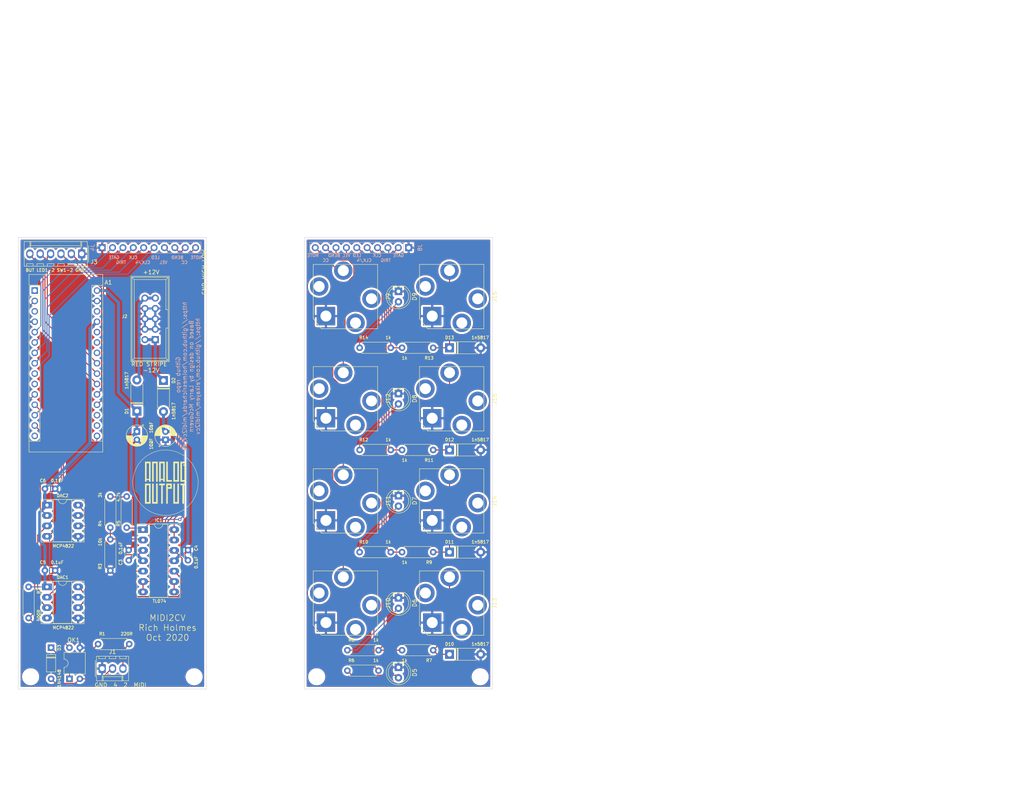
<source format=kicad_pcb>
(kicad_pcb (version 20171130) (host pcbnew 5.1.6-c6e7f7d~87~ubuntu20.04.1)
  (layers (0 F.Cu signal) (31 B.Cu signal) (34 B.Paste user) (35 F.Paste user) (36 B.SilkS user) (37 F.SilkS user) (38 B.Mask user) (39 F.Mask user) (44 Edge.Cuts user))
  (net 0 "")
  (net 1 "Net-(A1-Pad15)")
  (net 2 +12V)
  (net 3 GND)
  (net 4 "Net-(A1-Pad28)")
  (net 5 +5V)
  (net 6 "Net-(A1-Pad26)")
  (net 7 "Net-(A1-Pad10)")
  (net 8 "Net-(A1-Pad25)")
  (net 9 "Net-(A1-Pad9)")
  (net 10 "Net-(A1-Pad3)")
  (net 11 "Net-(A1-Pad18)")
  (net 12 /RX0)
  (net 13 "Net-(A1-Pad17)")
  (net 14 "Net-(A1-Pad1)")
  (net 15 -12V)
  (net 16 "Net-(D3-Pad1)")
  (net 17 "Net-(D5-Pad2)")
  (net 18 "Net-(D6-Pad2)")
  (net 19 "Net-(D7-Pad2)")
  (net 20 "Net-(D8-Pad2)")
  (net 21 "Net-(DAC1-Pad8)")
  (net 22 "Net-(DAC1-Pad6)")
  (net 23 "Net-(DAC2-Pad8)")
  (net 24 "Net-(DAC2-Pad6)")
  (net 25 "Net-(IC1-Pad2)")
  (net 26 /SCK)
  (net 27 /SDI)
  (net 28 /MIDI_LED_A)
  (net 29 /DAC2_SEL)
  (net 30 /DAC1_SEL)
  (net 31 /CLOCK_A)
  (net 32 /CLOCK_4_A)
  (net 33 /TRIGGER_A)
  (net 34 /GATE_A)
  (net 35 /CONTROL_A)
  (net 36 /VELOCITY_A)
  (net 37 /PITCH_BEND_A)
  (net 38 /NOTE_A)
  (net 39 "/Panel components/NOTE")
  (net 40 "/Panel components/CONTROL")
  (net 41 "/Panel components/VELOCITY")
  (net 42 "/Panel components/PITCH_BEND")
  (net 43 "/Panel components/CLOCK")
  (net 44 "/Panel components/CLOCK_4")
  (net 45 "/Panel components/TRIGGER")
  (net 46 "/Panel components/GATE")
  (net 47 GND1)
  (net 48 /SW3)
  (net 49 /SW1)
  (net 50 /MIDI4)
  (net 51 /MIDI2)
  (net 52 "Net-(D1-Pad2)")
  (net 53 "Net-(D2-Pad1)")
  (net 54 "Net-(A1-Pad24)")
  (net 55 "Net-(R4-Pad1)")
  (net 56 /BUT)
  (net 57 /PROG_LED1)
  (net 58 /PROG_LED2)
  (net 59 "Net-(D9-Pad2)")
  (net 60 "Net-(J8-Pad2)")
  (net 61 "Net-(J8-Pad3)")
  (net 62 "Net-(J8-Pad4)")
  (net 63 "Net-(J8-Pad5)")
  (net 64 "Net-(J8-Pad6)")
  (module ao_tht:DIP-14_W7.62mm_Socket_LongPads (layer F.Cu) (at 70.5 136.5)
    (fp_text reference IC1 (at 3.81 -2.33) (layer F.SilkS) (effects (font (size 0.75 0.75))))
    (fp_text value TL074)
    (fp_text user %V (at 4 17.5) (layer F.SilkS) (effects (font (size 0.75 0.75))))
    (pad 1 thru_hole rect (at 0 0) (size 2.4 1.6) (drill 0.8) (layers *.Cu *.Mask) (net 38 /NOTE_A))
    (pad 8 thru_hole oval (at 7.62 15.24) (size 2.4 1.6) (drill 0.8) (layers *.Cu *.Mask) (net 37 /PITCH_BEND_A))
    (pad 2 thru_hole oval (at 0 2.54) (size 2.4 1.6) (drill 0.8) (layers *.Cu *.Mask) (net 25 "Net-(IC1-Pad2)"))
    (pad 9 thru_hole oval (at 7.62 12.7) (size 2.4 1.6) (drill 0.8) (layers *.Cu *.Mask) (net 37 /PITCH_BEND_A))
    (pad 3 thru_hole oval (at 0 5.08) (size 2.4 1.6) (drill 0.8) (layers *.Cu *.Mask) (net 23 "Net-(DAC2-Pad8)"))
    (pad 10 thru_hole oval (at 7.62 10.16) (size 2.4 1.6) (drill 0.8) (layers *.Cu *.Mask) (net 21 "Net-(DAC1-Pad8)"))
    (pad 4 thru_hole oval (at 0 7.62) (size 2.4 1.6) (drill 0.8) (layers *.Cu *.Mask) (net 2 +12V))
    (pad 11 thru_hole oval (at 7.62 7.62) (size 2.4 1.6) (drill 0.8) (layers *.Cu *.Mask) (net 15 -12V))
    (pad 5 thru_hole oval (at 0 10.16) (size 2.4 1.6) (drill 0.8) (layers *.Cu *.Mask) (net 24 "Net-(DAC2-Pad6)"))
    (pad 12 thru_hole oval (at 7.62 5.08) (size 2.4 1.6) (drill 0.8) (layers *.Cu *.Mask) (net 22 "Net-(DAC1-Pad6)"))
    (pad 6 thru_hole oval (at 0 12.7) (size 2.4 1.6) (drill 0.8) (layers *.Cu *.Mask) (net 36 /VELOCITY_A))
    (pad 13 thru_hole oval (at 7.62 2.54) (size 2.4 1.6) (drill 0.8) (layers *.Cu *.Mask) (net 35 /CONTROL_A))
    (pad 7 thru_hole oval (at 0 15.24) (size 2.4 1.6) (drill 0.8) (layers *.Cu *.Mask) (net 36 /VELOCITY_A))
    (pad 14 thru_hole oval (at 7.62 0) (size 2.4 1.6) (drill 0.8) (layers *.Cu *.Mask) (net 35 /CONTROL_A))
  )
  (module Connector_Molex:Molex_KK-254_AE-6410-06A_1x06_P2.54mm_Vertical (layer F.Cu) (at 55.5 69 180)
    (fp_text reference J3 (at -3 -2) (layer F.SilkS))
    (fp_text value Conn_01x06)
    (pad 6 thru_hole oval (at 12.7 0 180) (size 1.74 2.19) (drill 1.19) (layers *.Cu *.Mask) (net 56 /BUT))
    (pad 5 thru_hole oval (at 10.16 0 180) (size 1.74 2.19) (drill 1.19) (layers *.Cu *.Mask) (net 57 /PROG_LED1))
    (pad 4 thru_hole oval (at 7.62 0 180) (size 1.74 2.19) (drill 1.19) (layers *.Cu *.Mask) (net 58 /PROG_LED2))
    (pad 3 thru_hole oval (at 5.08 0 180) (size 1.74 2.19) (drill 1.19) (layers *.Cu *.Mask) (net 49 /SW1))
    (pad 2 thru_hole oval (at 2.54 0 180) (size 1.74 2.19) (drill 1.19) (layers *.Cu *.Mask) (net 48 /SW3))
    (pad 1 thru_hole roundrect (at 0 0 180) (size 1.74 2.19) (drill 1.19) (layers *.Cu *.Mask) (roundrect_rratio 0.143678) (net 3 GND))
  )
  (module Module:Arduino_Nano (layer F.Cu) (at 44 78)
    (fp_text reference A1 (at 18 -2) (layer F.SilkS))
    (fp_text value Arduino_Nano_v3.x)
    (pad 1 thru_hole rect (at 0 0) (size 1.6 1.6) (drill 1) (layers *.Cu *.Mask) (net 14 "Net-(A1-Pad1)"))
    (pad 17 thru_hole oval (at 15.24 33.02) (size 1.6 1.6) (drill 1) (layers *.Cu *.Mask) (net 13 "Net-(A1-Pad17)"))
    (pad 2 thru_hole oval (at 0 2.54) (size 1.6 1.6) (drill 1) (layers *.Cu *.Mask) (net 12 /RX0))
    (pad 18 thru_hole oval (at 15.24 30.48) (size 1.6 1.6) (drill 1) (layers *.Cu *.Mask) (net 11 "Net-(A1-Pad18)"))
    (pad 3 thru_hole oval (at 0 5.08) (size 1.6 1.6) (drill 1) (layers *.Cu *.Mask) (net 10 "Net-(A1-Pad3)"))
    (pad 19 thru_hole oval (at 15.24 27.94) (size 1.6 1.6) (drill 1) (layers *.Cu *.Mask) (net 48 /SW3))
    (pad 4 thru_hole oval (at 0 7.62) (size 1.6 1.6) (drill 1) (layers *.Cu *.Mask) (net 3 GND))
    (pad 20 thru_hole oval (at 15.24 25.4) (size 1.6 1.6) (drill 1) (layers *.Cu *.Mask) (net 49 /SW1))
    (pad 5 thru_hole oval (at 0 10.16) (size 1.6 1.6) (drill 1) (layers *.Cu *.Mask) (net 34 /GATE_A))
    (pad 21 thru_hole oval (at 15.24 22.86) (size 1.6 1.6) (drill 1) (layers *.Cu *.Mask) (net 56 /BUT))
    (pad 6 thru_hole oval (at 0 12.7) (size 1.6 1.6) (drill 1) (layers *.Cu *.Mask) (net 33 /TRIGGER_A))
    (pad 22 thru_hole oval (at 15.24 20.32) (size 1.6 1.6) (drill 1) (layers *.Cu *.Mask) (net 57 /PROG_LED1))
    (pad 7 thru_hole oval (at 0 15.24) (size 1.6 1.6) (drill 1) (layers *.Cu *.Mask) (net 31 /CLOCK_A))
    (pad 23 thru_hole oval (at 15.24 17.78) (size 1.6 1.6) (drill 1) (layers *.Cu *.Mask) (net 58 /PROG_LED2))
    (pad 8 thru_hole oval (at 0 17.78) (size 1.6 1.6) (drill 1) (layers *.Cu *.Mask) (net 32 /CLOCK_4_A))
    (pad 24 thru_hole oval (at 15.24 15.24) (size 1.6 1.6) (drill 1) (layers *.Cu *.Mask) (net 54 "Net-(A1-Pad24)"))
    (pad 9 thru_hole oval (at 0 20.32) (size 1.6 1.6) (drill 1) (layers *.Cu *.Mask) (net 9 "Net-(A1-Pad9)"))
    (pad 25 thru_hole oval (at 15.24 12.7) (size 1.6 1.6) (drill 1) (layers *.Cu *.Mask) (net 8 "Net-(A1-Pad25)"))
    (pad 10 thru_hole oval (at 0 22.86) (size 1.6 1.6) (drill 1) (layers *.Cu *.Mask) (net 7 "Net-(A1-Pad10)"))
    (pad 26 thru_hole oval (at 15.24 10.16) (size 1.6 1.6) (drill 1) (layers *.Cu *.Mask) (net 6 "Net-(A1-Pad26)"))
    (pad 11 thru_hole oval (at 0 25.4) (size 1.6 1.6) (drill 1) (layers *.Cu *.Mask) (net 30 /DAC1_SEL))
    (pad 27 thru_hole oval (at 15.24 7.62) (size 1.6 1.6) (drill 1) (layers *.Cu *.Mask) (net 5 +5V))
    (pad 12 thru_hole oval (at 0 27.94) (size 1.6 1.6) (drill 1) (layers *.Cu *.Mask) (net 29 /DAC2_SEL))
    (pad 28 thru_hole oval (at 15.24 5.08) (size 1.6 1.6) (drill 1) (layers *.Cu *.Mask) (net 4 "Net-(A1-Pad28)"))
    (pad 13 thru_hole oval (at 0 30.48) (size 1.6 1.6) (drill 1) (layers *.Cu *.Mask) (net 28 /MIDI_LED_A))
    (pad 29 thru_hole oval (at 15.24 2.54) (size 1.6 1.6) (drill 1) (layers *.Cu *.Mask) (net 3 GND))
    (pad 14 thru_hole oval (at 0 33.02) (size 1.6 1.6) (drill 1) (layers *.Cu *.Mask) (net 27 /SDI))
    (pad 30 thru_hole oval (at 15.24 0) (size 1.6 1.6) (drill 1) (layers *.Cu *.Mask) (net 2 +12V))
    (pad 15 thru_hole oval (at 0 35.56) (size 1.6 1.6) (drill 1) (layers *.Cu *.Mask) (net 1 "Net-(A1-Pad15)"))
    (pad 16 thru_hole oval (at 15.24 35.56) (size 1.6 1.6) (drill 1) (layers *.Cu *.Mask) (net 26 /SCK))
  )
  (module ao_tht:analogoutput (layer F.Cu) (at 76 125)
    (fp_text reference G*** hide)
    (fp_text value LOGO hide)
  )
  (module ao_tht:R_Axial_DIN0207_L6.3mm_D2.5mm_P7.62mm_Horizontal (layer F.Cu) (at 66.5 136 90)
    (fp_text reference R5 (at 1 -2 90) (layer F.SilkS) (effects (font (size 0.75 0.75))))
    (fp_text value 4.7k (at 7.5 -2 90) (layer F.SilkS) (effects (font (size 0.75 0.75))))
    (pad 1 thru_hole circle (at 0 0 90) (size 1.6 1.6) (drill 0.8) (layers *.Cu *.Mask) (net 38 /NOTE_A))
    (pad 2 thru_hole oval (at 7.62 0 90) (size 1.6 1.6) (drill 0.8) (layers *.Cu *.Mask) (net 55 "Net-(R4-Pad1)"))
  )
  (module ao_tht:R_Axial_DIN0207_L6.3mm_D2.5mm_P7.62mm_Horizontal (layer F.Cu) (at 62.5 128.38 270)
    (fp_text reference R4 (at 6.62 2.5 90) (layer F.SilkS) (effects (font (size 0.75 0.75))))
    (fp_text value 3k (at -0.38 2.5 90) (layer F.SilkS) (effects (font (size 0.75 0.75))))
    (pad 1 thru_hole circle (at 0 0 270) (size 1.6 1.6) (drill 0.8) (layers *.Cu *.Mask) (net 55 "Net-(R4-Pad1)"))
    (pad 2 thru_hole oval (at 7.62 0 270) (size 1.6 1.6) (drill 0.8) (layers *.Cu *.Mask) (net 25 "Net-(IC1-Pad2)"))
  )
  (module ao_tht:R_Axial_DIN0207_L6.3mm_D2.5mm_P7.62mm_Horizontal (layer F.Cu) (at 62.5 146.5 90)
    (fp_text reference R3 (at 1 -2.5 90) (layer F.SilkS) (effects (font (size 0.75 0.75))))
    (fp_text value 10k (at 7 -2.5 90) (layer F.SilkS) (effects (font (size 0.75 0.75))))
    (pad 1 thru_hole circle (at 0 0 90) (size 1.6 1.6) (drill 0.8) (layers *.Cu *.Mask) (net 3 GND))
    (pad 2 thru_hole oval (at 7.62 0 90) (size 1.6 1.6) (drill 0.8) (layers *.Cu *.Mask) (net 25 "Net-(IC1-Pad2)"))
  )
  (module ao_tht:MountingHole_3.2mm_M3 (layer F.Cu) (at 153 172.5)
    (fp_text reference H4 hide)
    (fp_text value MountingHole)
    (pad 1 np_thru_hole circle (at 0 0) (size 3.2 3.2) (drill 3.2) (layers *.Cu *.Mask))
  )
  (module ao_tht:MountingHole_3.2mm_M3 (layer F.Cu) (at 113 172.5)
    (fp_text reference H3 hide)
    (fp_text value MountingHole)
    (pad 1 np_thru_hole circle (at 0 0) (size 3.2 3.2) (drill 3.2) (layers *.Cu *.Mask))
  )
  (module ao_tht:MountingHole_3.2mm_M3 (layer F.Cu) (at 83 172.5)
    (fp_text reference H2 hide)
    (fp_text value MountingHole)
    (pad 1 np_thru_hole circle (at 0 0) (size 3.2 3.2) (drill 3.2) (layers *.Cu *.Mask))
  )
  (module ao_tht:MountingHole_3.2mm_M3 (layer F.Cu) (at 43 172.5)
    (fp_text reference H1 hide)
    (fp_text value MountingHole)
    (pad 1 np_thru_hole circle (at 0 0) (size 3.2 3.2) (drill 3.2) (layers *.Cu *.Mask))
  )
  (module Connector_PinSocket_2.54mm:PinSocket_1x10_P2.54mm_Vertical (layer B.Cu) (at 135.5 67.5 90)
    (fp_text reference J8 (at 0 2.77 90) (layer B.SilkS) (effects (justify mirror)))
    (fp_text value Conn_01x10)
    (pad 1 thru_hole rect (at 0 0 90) (size 1.7 1.7) (drill 1) (layers *.Cu *.Mask) (net 47 GND1))
    (pad 2 thru_hole oval (at 0 -2.54 90) (size 1.7 1.7) (drill 1) (layers *.Cu *.Mask) (net 60 "Net-(J8-Pad2)"))
    (pad 3 thru_hole oval (at 0 -5.08 90) (size 1.7 1.7) (drill 1) (layers *.Cu *.Mask) (net 61 "Net-(J8-Pad3)"))
    (pad 4 thru_hole oval (at 0 -7.62 90) (size 1.7 1.7) (drill 1) (layers *.Cu *.Mask) (net 62 "Net-(J8-Pad4)"))
    (pad 5 thru_hole oval (at 0 -10.16 90) (size 1.7 1.7) (drill 1) (layers *.Cu *.Mask) (net 63 "Net-(J8-Pad5)"))
    (pad 6 thru_hole oval (at 0 -12.7 90) (size 1.7 1.7) (drill 1) (layers *.Cu *.Mask) (net 64 "Net-(J8-Pad6)"))
    (pad 7 thru_hole oval (at 0 -15.24 90) (size 1.7 1.7) (drill 1) (layers *.Cu *.Mask) (net 41 "/Panel components/VELOCITY"))
    (pad 8 thru_hole oval (at 0 -17.78 90) (size 1.7 1.7) (drill 1) (layers *.Cu *.Mask) (net 42 "/Panel components/PITCH_BEND"))
    (pad 9 thru_hole oval (at 0 -20.32 90) (size 1.7 1.7) (drill 1) (layers *.Cu *.Mask) (net 40 "/Panel components/CONTROL"))
    (pad 10 thru_hole oval (at 0 -22.86 90) (size 1.7 1.7) (drill 1) (layers *.Cu *.Mask) (net 39 "/Panel components/NOTE"))
  )
  (module Connector_PinHeader_2.54mm:PinHeader_1x10_P2.54mm_Vertical (layer B.Cu) (at 60.5 67.5 270)
    (fp_text reference J4 (at 0 2.33 90) (layer B.SilkS) (effects (justify mirror)))
    (fp_text value Conn_01x10)
    (pad 1 thru_hole rect (at 0 0 270) (size 1.7 1.7) (drill 1) (layers *.Cu *.Mask) (net 3 GND))
    (pad 2 thru_hole oval (at 0 -2.54 270) (size 1.7 1.7) (drill 1) (layers *.Cu *.Mask) (net 34 /GATE_A))
    (pad 3 thru_hole oval (at 0 -5.08 270) (size 1.7 1.7) (drill 1) (layers *.Cu *.Mask) (net 33 /TRIGGER_A))
    (pad 4 thru_hole oval (at 0 -7.62 270) (size 1.7 1.7) (drill 1) (layers *.Cu *.Mask) (net 31 /CLOCK_A))
    (pad 5 thru_hole oval (at 0 -10.16 270) (size 1.7 1.7) (drill 1) (layers *.Cu *.Mask) (net 32 /CLOCK_4_A))
    (pad 6 thru_hole oval (at 0 -12.7 270) (size 1.7 1.7) (drill 1) (layers *.Cu *.Mask) (net 28 /MIDI_LED_A))
    (pad 7 thru_hole oval (at 0 -15.24 270) (size 1.7 1.7) (drill 1) (layers *.Cu *.Mask) (net 36 /VELOCITY_A))
    (pad 8 thru_hole oval (at 0 -17.78 270) (size 1.7 1.7) (drill 1) (layers *.Cu *.Mask) (net 37 /PITCH_BEND_A))
    (pad 9 thru_hole oval (at 0 -20.32 270) (size 1.7 1.7) (drill 1) (layers *.Cu *.Mask) (net 35 /CONTROL_A))
    (pad 10 thru_hole oval (at 0 -22.86 270) (size 1.7 1.7) (drill 1) (layers *.Cu *.Mask) (net 38 /NOTE_A))
  )
  (module Connector_Molex:Molex_KK-254_AE-6410-03A_1x03_P2.54mm_Vertical (layer F.Cu) (at 60.5 170.5)
    (fp_text reference J1 (at 2.54 -4.12) (layer F.SilkS))
    (fp_text value Conn_01x03)
    (pad 3 thru_hole oval (at 5.08 0) (size 1.74 2.19) (drill 1.19) (layers *.Cu *.Mask) (net 51 /MIDI2))
    (pad 2 thru_hole oval (at 2.54 0) (size 1.74 2.19) (drill 1.19) (layers *.Cu *.Mask) (net 50 /MIDI4))
    (pad 1 thru_hole roundrect (at 0 0) (size 1.74 2.19) (drill 1.19) (layers *.Cu *.Mask) (roundrect_rratio 0.143678) (net 3 GND))
  )
  (module midi2cv_kosmo:midi2cv_kosmo_panel_holes (layer B.Cu) (at 262.5 105.5 180)
    (fp_text reference G*** hide)
    (fp_text value LOGO hide)
  )
  (module ao_tht:R_Axial_DIN0207_L6.3mm_D2.5mm_P7.62mm_Horizontal (layer F.Cu) (at 120.5 171)
    (fp_text reference R6 (at 1 -2.5) (layer F.SilkS) (effects (font (size 0.75 0.75))))
    (fp_text value 1k (at 7 -2.5) (layer F.SilkS) (effects (font (size 0.75 0.75))))
    (pad 1 thru_hole circle (at 0 0) (size 1.6 1.6) (drill 0.8) (layers *.Cu *.Mask) (net 17 "Net-(D5-Pad2)"))
    (pad 2 thru_hole oval (at 7.62 0) (size 1.6 1.6) (drill 0.8) (layers *.Cu *.Mask) (net 64 "Net-(J8-Pad6)"))
  )
  (module ao_tht:R_Axial_DIN0207_L6.3mm_D2.5mm_P7.62mm_Horizontal (layer F.Cu) (at 123.5 92)
    (fp_text reference R14 (at 1 -2.5) (layer F.SilkS) (effects (font (size 0.75 0.75))))
    (fp_text value 1k (at 7 -2.5) (layer F.SilkS) (effects (font (size 0.75 0.75))))
    (pad 1 thru_hole circle (at 0 0) (size 1.6 1.6) (drill 0.8) (layers *.Cu *.Mask) (net 59 "Net-(D9-Pad2)"))
    (pad 2 thru_hole oval (at 7.62 0) (size 1.6 1.6) (drill 0.8) (layers *.Cu *.Mask) (net 60 "Net-(J8-Pad2)"))
  )
  (module ao_tht:R_Axial_DIN0207_L6.3mm_D2.5mm_P7.62mm_Horizontal (layer F.Cu) (at 123.5 117)
    (fp_text reference R12 (at 1 -2.5) (layer F.SilkS) (effects (font (size 0.75 0.75))))
    (fp_text value 1k (at 7 -2.5) (layer F.SilkS) (effects (font (size 0.75 0.75))))
    (pad 1 thru_hole circle (at 0 0) (size 1.6 1.6) (drill 0.8) (layers *.Cu *.Mask) (net 20 "Net-(D8-Pad2)"))
    (pad 2 thru_hole oval (at 7.62 0) (size 1.6 1.6) (drill 0.8) (layers *.Cu *.Mask) (net 61 "Net-(J8-Pad3)"))
  )
  (module ao_tht:R_Axial_DIN0207_L6.3mm_D2.5mm_P7.62mm_Horizontal (layer F.Cu) (at 120.5 166)
    (fp_text reference R8 (at 1 -2.5) (layer F.SilkS) (effects (font (size 0.75 0.75))))
    (fp_text value 1k (at 7 -2.5) (layer F.SilkS) (effects (font (size 0.75 0.75))))
    (pad 1 thru_hole circle (at 0 0) (size 1.6 1.6) (drill 0.8) (layers *.Cu *.Mask) (net 18 "Net-(D6-Pad2)"))
    (pad 2 thru_hole oval (at 7.62 0) (size 1.6 1.6) (drill 0.8) (layers *.Cu *.Mask) (net 63 "Net-(J8-Pad5)"))
  )
  (module ao_tht:Jack_6.35mm_PJ_629HAN (layer F.Cu) (at 120 104.5 270)
    (fp_text reference J12 (at 0 -10.5 90) (layer F.SilkS))
    (fp_text value AudioJack2)
    (pad T thru_hole circle (at -6.4 0.5 270) (size 4.5 4.5) (drill 2.7) (layers *.Cu *.Mask) (net 41 "/Panel components/VELOCITY"))
    (pad S thru_hole rect (at 4.74 4.74 270) (size 4.500001 4.500001) (drill 2.7) (layers *.Cu *.Mask) (net 47 GND1))
    (pad R thru_hole circle (at 0.5 -6.4 270) (size 4.500001 4.500001) (drill 2.7) (layers *.Cu *.Mask))
    (pad TN thru_hole circle (at -2.5 6.4 270) (size 4.5 4.5) (drill 2.7) (layers *.Cu *.Mask))
    (pad RN thru_hole circle (at 6.4 -2.5 270) (size 4.500001 4.500001) (drill 2.7) (layers *.Cu *.Mask))
  )
  (module ao_tht:Jack_6.35mm_PJ_629HAN (layer F.Cu) (at 120 79.5 270)
    (fp_text reference J9 (at 0 -10.5 90) (layer F.SilkS))
    (fp_text value AudioJack2)
    (pad T thru_hole circle (at -6.4 0.5 270) (size 4.5 4.5) (drill 2.7) (layers *.Cu *.Mask) (net 39 "/Panel components/NOTE"))
    (pad S thru_hole rect (at 4.74 4.74 270) (size 4.500001 4.500001) (drill 2.7) (layers *.Cu *.Mask) (net 47 GND1))
    (pad R thru_hole circle (at 0.5 -6.4 270) (size 4.500001 4.500001) (drill 2.7) (layers *.Cu *.Mask))
    (pad TN thru_hole circle (at -2.5 6.4 270) (size 4.5 4.5) (drill 2.7) (layers *.Cu *.Mask))
    (pad RN thru_hole circle (at 6.4 -2.5 270) (size 4.500001 4.500001) (drill 2.7) (layers *.Cu *.Mask))
  )
  (module ao_tht:Jack_6.35mm_PJ_629HAN (layer F.Cu) (at 120 154.5 270)
    (fp_text reference J10 (at 0 -10.5 90) (layer F.SilkS))
    (fp_text value AudioJack2)
    (pad T thru_hole circle (at -6.4 0.5 270) (size 4.5 4.5) (drill 2.7) (layers *.Cu *.Mask) (net 40 "/Panel components/CONTROL"))
    (pad S thru_hole rect (at 4.74 4.74 270) (size 4.500001 4.500001) (drill 2.7) (layers *.Cu *.Mask) (net 47 GND1))
    (pad R thru_hole circle (at 0.5 -6.4 270) (size 4.500001 4.500001) (drill 2.7) (layers *.Cu *.Mask))
    (pad TN thru_hole circle (at -2.5 6.4 270) (size 4.5 4.5) (drill 2.7) (layers *.Cu *.Mask))
    (pad RN thru_hole circle (at 6.4 -2.5 270) (size 4.500001 4.500001) (drill 2.7) (layers *.Cu *.Mask))
  )
  (module ao_tht:Jack_6.35mm_PJ_629HAN (layer F.Cu) (at 120 129.5 270)
    (fp_text reference J11 (at 0 -10.5 90) (layer F.SilkS))
    (fp_text value AudioJack2)
    (pad T thru_hole circle (at -6.4 0.5 270) (size 4.5 4.5) (drill 2.7) (layers *.Cu *.Mask) (net 42 "/Panel components/PITCH_BEND"))
    (pad S thru_hole rect (at 4.74 4.74 270) (size 4.500001 4.500001) (drill 2.7) (layers *.Cu *.Mask) (net 47 GND1))
    (pad R thru_hole circle (at 0.5 -6.4 270) (size 4.500001 4.500001) (drill 2.7) (layers *.Cu *.Mask))
    (pad TN thru_hole circle (at -2.5 6.4 270) (size 4.5 4.5) (drill 2.7) (layers *.Cu *.Mask))
    (pad RN thru_hole circle (at 6.4 -2.5 270) (size 4.500001 4.500001) (drill 2.7) (layers *.Cu *.Mask))
  )
  (module ao_tht:R_Axial_DIN0207_L6.3mm_D2.5mm_P7.62mm_Horizontal (layer F.Cu) (at 141.5 92 180)
    (fp_text reference R13 (at 1 -2.5) (layer F.SilkS) (effects (font (size 0.75 0.75))))
    (fp_text value 1k (at 7 -2.5) (layer F.SilkS) (effects (font (size 0.75 0.75))))
    (pad 1 thru_hole circle (at 0 0 180) (size 1.6 1.6) (drill 0.8) (layers *.Cu *.Mask) (net 46 "/Panel components/GATE"))
    (pad 2 thru_hole oval (at 7.62 0 180) (size 1.6 1.6) (drill 0.8) (layers *.Cu *.Mask) (net 60 "Net-(J8-Pad2)"))
  )
  (module ao_tht:R_Axial_DIN0207_L6.3mm_D2.5mm_P7.62mm_Horizontal (layer F.Cu) (at 141.5 117 180)
    (fp_text reference R11 (at 1 -2.5) (layer F.SilkS) (effects (font (size 0.75 0.75))))
    (fp_text value 1k (at 7 -2.5) (layer F.SilkS) (effects (font (size 0.75 0.75))))
    (pad 1 thru_hole circle (at 0 0 180) (size 1.6 1.6) (drill 0.8) (layers *.Cu *.Mask) (net 45 "/Panel components/TRIGGER"))
    (pad 2 thru_hole oval (at 7.62 0 180) (size 1.6 1.6) (drill 0.8) (layers *.Cu *.Mask) (net 61 "Net-(J8-Pad3)"))
  )
  (module ao_tht:R_Axial_DIN0207_L6.3mm_D2.5mm_P7.62mm_Horizontal (layer F.Cu) (at 141.5 166 180)
    (fp_text reference R7 (at 1 -2.5) (layer F.SilkS) (effects (font (size 0.75 0.75))))
    (fp_text value 1k (at 7 -2.5) (layer F.SilkS) (effects (font (size 0.75 0.75))))
    (pad 1 thru_hole circle (at 0 0 180) (size 1.6 1.6) (drill 0.8) (layers *.Cu *.Mask) (net 44 "/Panel components/CLOCK_4"))
    (pad 2 thru_hole oval (at 7.62 0 180) (size 1.6 1.6) (drill 0.8) (layers *.Cu *.Mask) (net 63 "Net-(J8-Pad5)"))
  )
  (module ao_tht:R_Axial_DIN0207_L6.3mm_D2.5mm_P7.62mm_Horizontal (layer F.Cu) (at 123.5 142)
    (fp_text reference R10 (at 1 -2.5) (layer F.SilkS) (effects (font (size 0.75 0.75))))
    (fp_text value 1k (at 7 -2.5) (layer F.SilkS) (effects (font (size 0.75 0.75))))
    (pad 1 thru_hole circle (at 0 0) (size 1.6 1.6) (drill 0.8) (layers *.Cu *.Mask) (net 19 "Net-(D7-Pad2)"))
    (pad 2 thru_hole oval (at 7.62 0) (size 1.6 1.6) (drill 0.8) (layers *.Cu *.Mask) (net 62 "Net-(J8-Pad4)"))
  )
  (module ao_tht:R_Axial_DIN0207_L6.3mm_D2.5mm_P7.62mm_Horizontal (layer F.Cu) (at 141.5 142 180)
    (fp_text reference R9 (at 1 -2.5) (layer F.SilkS) (effects (font (size 0.75 0.75))))
    (fp_text value 1k (at 7 -2.5) (layer F.SilkS) (effects (font (size 0.75 0.75))))
    (pad 1 thru_hole circle (at 0 0 180) (size 1.6 1.6) (drill 0.8) (layers *.Cu *.Mask) (net 43 "/Panel components/CLOCK"))
    (pad 2 thru_hole oval (at 7.62 0 180) (size 1.6 1.6) (drill 0.8) (layers *.Cu *.Mask) (net 62 "Net-(J8-Pad4)"))
  )
  (module ao_tht:R_Axial_DIN0207_L6.3mm_D2.5mm_P7.62mm_Horizontal (layer F.Cu) (at 59.5 164.5)
    (fp_text reference R1 (at 1 -2.5) (layer F.SilkS) (effects (font (size 0.75 0.75))))
    (fp_text value 220R (at 7 -2.5) (layer F.SilkS) (effects (font (size 0.75 0.75))))
    (pad 2 thru_hole oval (at 7.62 0) (size 1.6 1.6) (drill 0.8) (layers *.Cu *.Mask) (net 51 /MIDI2))
    (pad 1 thru_hole circle (at 0 0) (size 1.6 1.6) (drill 0.8) (layers *.Cu *.Mask) (net 16 "Net-(D3-Pad1)"))
  )
  (module ao_tht:R_Axial_DIN0207_L6.3mm_D2.5mm_P7.62mm_Horizontal (layer F.Cu) (at 42.5 150.5 270)
    (fp_text reference R2 (at 1 -2.5 90) (layer F.SilkS) (effects (font (size 0.75 0.75))))
    (fp_text value 500R (at 7 -2.5 90) (layer F.SilkS) (effects (font (size 0.75 0.75))))
    (pad 2 thru_hole oval (at 7.62 0 270) (size 1.6 1.6) (drill 0.8) (layers *.Cu *.Mask) (net 12 /RX0))
    (pad 1 thru_hole circle (at 0 0 270) (size 1.6 1.6) (drill 0.8) (layers *.Cu *.Mask) (net 5 +5V))
  )
  (module Package_DIP:DIP-4_W7.62mm (layer F.Cu) (at 52.5 173 90)
    (fp_text reference OK1 (at 9.5 1 180) (layer F.SilkS))
    (fp_text value SFH617A-2)
    (pad 4 thru_hole oval (at 7.62 0 90) (size 1.6 1.6) (drill 0.8) (layers *.Cu *.Mask) (net 12 /RX0))
    (pad 2 thru_hole oval (at 0 2.54 90) (size 1.6 1.6) (drill 0.8) (layers *.Cu *.Mask) (net 50 /MIDI4))
    (pad 3 thru_hole oval (at 7.62 2.54 90) (size 1.6 1.6) (drill 0.8) (layers *.Cu *.Mask) (net 3 GND))
    (pad 1 thru_hole rect (at 0 0 90) (size 1.6 1.6) (drill 0.8) (layers *.Cu *.Mask) (net 16 "Net-(D3-Pad1)"))
  )
  (module ao_tht:Jack_6.35mm_PJ_629HAN (layer F.Cu) (at 146 79.5 270)
    (fp_text reference J16 (at 0 -10.5 90) (layer F.SilkS))
    (fp_text value AudioJack2)
    (pad T thru_hole circle (at -6.4 0.5 270) (size 4.5 4.5) (drill 2.7) (layers *.Cu *.Mask) (net 46 "/Panel components/GATE"))
    (pad S thru_hole rect (at 4.74 4.74 270) (size 4.500001 4.500001) (drill 2.7) (layers *.Cu *.Mask) (net 47 GND1))
    (pad R thru_hole circle (at 0.5 -6.4 270) (size 4.500001 4.500001) (drill 2.7) (layers *.Cu *.Mask))
    (pad TN thru_hole circle (at -2.5 6.4 270) (size 4.5 4.5) (drill 2.7) (layers *.Cu *.Mask))
    (pad RN thru_hole circle (at 6.4 -2.5 270) (size 4.500001 4.500001) (drill 2.7) (layers *.Cu *.Mask))
  )
  (module ao_tht:Jack_6.35mm_PJ_629HAN (layer F.Cu) (at 146 104.5 270)
    (fp_text reference J15 (at 0 -10.5 90) (layer F.SilkS))
    (fp_text value AudioJack2)
    (pad T thru_hole circle (at -6.4 0.5 270) (size 4.5 4.5) (drill 2.7) (layers *.Cu *.Mask) (net 45 "/Panel components/TRIGGER"))
    (pad S thru_hole rect (at 4.74 4.74 270) (size 4.500001 4.500001) (drill 2.7) (layers *.Cu *.Mask) (net 47 GND1))
    (pad R thru_hole circle (at 0.5 -6.4 270) (size 4.500001 4.500001) (drill 2.7) (layers *.Cu *.Mask))
    (pad TN thru_hole circle (at -2.5 6.4 270) (size 4.5 4.5) (drill 2.7) (layers *.Cu *.Mask))
    (pad RN thru_hole circle (at 6.4 -2.5 270) (size 4.500001 4.500001) (drill 2.7) (layers *.Cu *.Mask))
  )
  (module ao_tht:Jack_6.35mm_PJ_629HAN (layer F.Cu) (at 146 154.5 270)
    (fp_text reference J13 (at 0 -10.5 90) (layer F.SilkS))
    (fp_text value AudioJack2)
    (pad T thru_hole circle (at -6.4 0.5 270) (size 4.5 4.5) (drill 2.7) (layers *.Cu *.Mask) (net 44 "/Panel components/CLOCK_4"))
    (pad S thru_hole rect (at 4.74 4.74 270) (size 4.500001 4.500001) (drill 2.7) (layers *.Cu *.Mask) (net 47 GND1))
    (pad R thru_hole circle (at 0.5 -6.4 270) (size 4.500001 4.500001) (drill 2.7) (layers *.Cu *.Mask))
    (pad TN thru_hole circle (at -2.5 6.4 270) (size 4.5 4.5) (drill 2.7) (layers *.Cu *.Mask))
    (pad RN thru_hole circle (at 6.4 -2.5 270) (size 4.500001 4.500001) (drill 2.7) (layers *.Cu *.Mask))
  )
  (module ao_tht:Jack_6.35mm_PJ_629HAN (layer F.Cu) (at 146 129.5 270)
    (fp_text reference J14 (at 0 -10.5 90) (layer F.SilkS))
    (fp_text value AudioJack2)
    (pad T thru_hole circle (at -6.4 0.5 270) (size 4.5 4.5) (drill 2.7) (layers *.Cu *.Mask) (net 43 "/Panel components/CLOCK"))
    (pad S thru_hole rect (at 4.74 4.74 270) (size 4.500001 4.500001) (drill 2.7) (layers *.Cu *.Mask) (net 47 GND1))
    (pad R thru_hole circle (at 0.5 -6.4 270) (size 4.500001 4.500001) (drill 2.7) (layers *.Cu *.Mask))
    (pad TN thru_hole circle (at -2.5 6.4 270) (size 4.5 4.5) (drill 2.7) (layers *.Cu *.Mask))
    (pad RN thru_hole circle (at 6.4 -2.5 270) (size 4.500001 4.500001) (drill 2.7) (layers *.Cu *.Mask))
  )
  (module ao_tht:Power_Header (layer F.Cu) (at 73.5 90 180)
    (fp_text reference J2 (at 7.5 5.67) (layer F.SilkS) (effects (font (size 0.75 0.75))))
    (fp_text value Synth_power_2x5)
    (fp_text user +12V (at 1 16.5) (layer F.SilkS))
    (fp_text user -12V (at 1 -7.5) (layer F.SilkS))
    (fp_text user "RED STRIPE" (at 1.5 -6) (layer F.SilkS))
    (pad 1 thru_hole rect (at 0 0 180) (size 1.7272 1.7272) (drill 1.016) (layers *.Cu *.Mask) (net 53 "Net-(D2-Pad1)"))
    (pad 2 thru_hole oval (at 2.54 0 180) (size 1.7272 1.7272) (drill 1.016) (layers *.Cu *.Mask) (net 53 "Net-(D2-Pad1)"))
    (pad 3 thru_hole oval (at 0 2.54 180) (size 1.7272 1.7272) (drill 1.016) (layers *.Cu *.Mask) (net 3 GND))
    (pad 4 thru_hole oval (at 2.54 2.54 180) (size 1.7272 1.7272) (drill 1.016) (layers *.Cu *.Mask) (net 3 GND))
    (pad 5 thru_hole oval (at 0 5.08 180) (size 1.7272 1.7272) (drill 1.016) (layers *.Cu *.Mask) (net 3 GND))
    (pad 6 thru_hole oval (at 2.54 5.08 180) (size 1.7272 1.7272) (drill 1.016) (layers *.Cu *.Mask) (net 3 GND))
    (pad 7 thru_hole oval (at 0 7.62 180) (size 1.7272 1.7272) (drill 1.016) (layers *.Cu *.Mask) (net 3 GND))
    (pad 8 thru_hole oval (at 2.54 7.62 180) (size 1.7272 1.7272) (drill 1.016) (layers *.Cu *.Mask) (net 3 GND))
    (pad 9 thru_hole oval (at 0 10.16 180) (size 1.7272 1.7272) (drill 1.016) (layers *.Cu *.Mask) (net 52 "Net-(D1-Pad2)"))
    (pad 10 thru_hole oval (at 2.54 10.16 180) (size 1.7272 1.7272) (drill 1.016) (layers *.Cu *.Mask) (net 52 "Net-(D1-Pad2)"))
  )
  (module ao_tht:DIP-8_W7.62mm_Socket_LongPads (layer F.Cu) (at 47 150.5)
    (fp_text reference DAC1 (at 3.81 -2.33) (layer F.SilkS) (effects (font (size 0.75 0.75))))
    (fp_text value MCP4822)
    (fp_text user %V (at 4 10) (layer F.SilkS) (effects (font (size 0.75 0.75))))
    (pad 8 thru_hole oval (at 7.62 0) (size 2.4 1.6) (drill 0.8) (layers *.Cu *.Mask) (net 21 "Net-(DAC1-Pad8)"))
    (pad 4 thru_hole oval (at 0 7.62) (size 2.4 1.6) (drill 0.8) (layers *.Cu *.Mask) (net 27 /SDI))
    (pad 7 thru_hole oval (at 7.62 2.54) (size 2.4 1.6) (drill 0.8) (layers *.Cu *.Mask) (net 3 GND))
    (pad 3 thru_hole oval (at 0 5.08) (size 2.4 1.6) (drill 0.8) (layers *.Cu *.Mask) (net 26 /SCK))
    (pad 6 thru_hole oval (at 7.62 5.08) (size 2.4 1.6) (drill 0.8) (layers *.Cu *.Mask) (net 22 "Net-(DAC1-Pad6)"))
    (pad 2 thru_hole oval (at 0 2.54) (size 2.4 1.6) (drill 0.8) (layers *.Cu *.Mask) (net 29 /DAC2_SEL))
    (pad 5 thru_hole oval (at 7.62 7.62) (size 2.4 1.6) (drill 0.8) (layers *.Cu *.Mask) (net 3 GND))
    (pad 1 thru_hole rect (at 0 0) (size 2.4 1.6) (drill 0.8) (layers *.Cu *.Mask) (net 5 +5V))
  )
  (module ao_tht:DIP-8_W7.62mm_Socket_LongPads (layer F.Cu) (at 47 130.5)
    (fp_text reference DAC2 (at 3.81 -2.33) (layer F.SilkS) (effects (font (size 0.75 0.75))))
    (fp_text value MCP4822)
    (fp_text user %V (at 4 10) (layer F.SilkS) (effects (font (size 0.75 0.75))))
    (pad 8 thru_hole oval (at 7.62 0) (size 2.4 1.6) (drill 0.8) (layers *.Cu *.Mask) (net 23 "Net-(DAC2-Pad8)"))
    (pad 4 thru_hole oval (at 0 7.62) (size 2.4 1.6) (drill 0.8) (layers *.Cu *.Mask) (net 27 /SDI))
    (pad 7 thru_hole oval (at 7.62 2.54) (size 2.4 1.6) (drill 0.8) (layers *.Cu *.Mask) (net 3 GND))
    (pad 3 thru_hole oval (at 0 5.08) (size 2.4 1.6) (drill 0.8) (layers *.Cu *.Mask) (net 26 /SCK))
    (pad 6 thru_hole oval (at 7.62 5.08) (size 2.4 1.6) (drill 0.8) (layers *.Cu *.Mask) (net 24 "Net-(DAC2-Pad6)"))
    (pad 2 thru_hole oval (at 0 2.54) (size 2.4 1.6) (drill 0.8) (layers *.Cu *.Mask) (net 30 /DAC1_SEL))
    (pad 5 thru_hole oval (at 7.62 7.62) (size 2.4 1.6) (drill 0.8) (layers *.Cu *.Mask) (net 3 GND))
    (pad 1 thru_hole rect (at 0 0) (size 2.4 1.6) (drill 0.8) (layers *.Cu *.Mask) (net 5 +5V))
  )
  (module ao_tht:D_DO-41_SOD81_P7.62mm_Horizontal (layer F.Cu) (at 145.5 92)
    (fp_text reference D13 (at 0 -2.5) (layer F.SilkS) (effects (font (size 0.75 0.75))))
    (fp_text value 1n5817)
    (fp_text user %V (at 7.5 -2.5) (layer F.SilkS) (effects (font (size 0.75 0.75))))
    (pad 2 thru_hole oval (at 7.62 0) (size 2.2 2.2) (drill 1.1) (layers *.Cu *.Mask) (net 47 GND1))
    (pad 1 thru_hole rect (at 0 0) (size 2.2 2.2) (drill 1.1) (layers *.Cu *.Mask) (net 46 "/Panel components/GATE"))
  )
  (module ao_tht:D_DO-41_SOD81_P7.62mm_Horizontal (layer F.Cu) (at 145.5 117)
    (fp_text reference D12 (at 0 -2.5) (layer F.SilkS) (effects (font (size 0.75 0.75))))
    (fp_text value 1n5817)
    (fp_text user %V (at 7.5 -2.5) (layer F.SilkS) (effects (font (size 0.75 0.75))))
    (pad 2 thru_hole oval (at 7.62 0) (size 2.2 2.2) (drill 1.1) (layers *.Cu *.Mask) (net 47 GND1))
    (pad 1 thru_hole rect (at 0 0) (size 2.2 2.2) (drill 1.1) (layers *.Cu *.Mask) (net 45 "/Panel components/TRIGGER"))
  )
  (module ao_tht:D_DO-41_SOD81_P7.62mm_Horizontal (layer F.Cu) (at 145.5 167)
    (fp_text reference D10 (at 0 -2.5) (layer F.SilkS) (effects (font (size 0.75 0.75))))
    (fp_text value 1n5817)
    (fp_text user %V (at 7.5 -2.5) (layer F.SilkS) (effects (font (size 0.75 0.75))))
    (pad 2 thru_hole oval (at 7.62 0) (size 2.2 2.2) (drill 1.1) (layers *.Cu *.Mask) (net 47 GND1))
    (pad 1 thru_hole rect (at 0 0) (size 2.2 2.2) (drill 1.1) (layers *.Cu *.Mask) (net 44 "/Panel components/CLOCK_4"))
  )
  (module ao_tht:D_DO-41_SOD81_P7.62mm_Horizontal (layer F.Cu) (at 145.5 142)
    (fp_text reference D11 (at 0 -2.5) (layer F.SilkS) (effects (font (size 0.75 0.75))))
    (fp_text value 1n5817)
    (fp_text user %V (at 7.5 -2.5) (layer F.SilkS) (effects (font (size 0.75 0.75))))
    (pad 2 thru_hole oval (at 7.62 0) (size 2.2 2.2) (drill 1.1) (layers *.Cu *.Mask) (net 47 GND1))
    (pad 1 thru_hole rect (at 0 0) (size 2.2 2.2) (drill 1.1) (layers *.Cu *.Mask) (net 43 "/Panel components/CLOCK"))
  )
  (module ao_tht:LED_D5.0mm (layer F.Cu) (at 133 170.2 270)
    (fp_text reference D5 (at 1.27 -3.96 90) (layer F.SilkS))
    (fp_text value LED)
    (pad 2 thru_hole circle (at 2.54 0 270) (size 1.8 1.8) (drill 0.9) (layers *.Cu *.Mask) (net 17 "Net-(D5-Pad2)"))
    (pad 1 thru_hole rect (at 0 0 270) (size 1.8 1.8) (drill 0.9) (layers *.Cu *.Mask) (net 47 GND1))
  )
  (module ao_tht:LED_D5.0mm (layer F.Cu) (at 133 78.2 270)
    (fp_text reference D9 (at 1.27 -3.96 90) (layer F.SilkS))
    (fp_text value LED)
    (pad 2 thru_hole circle (at 2.54 0 270) (size 1.8 1.8) (drill 0.9) (layers *.Cu *.Mask) (net 59 "Net-(D9-Pad2)"))
    (pad 1 thru_hole rect (at 0 0 270) (size 1.8 1.8) (drill 0.9) (layers *.Cu *.Mask) (net 47 GND1))
  )
  (module ao_tht:LED_D5.0mm (layer F.Cu) (at 133 103.2 270)
    (fp_text reference D8 (at 1.27 -3.96 90) (layer F.SilkS))
    (fp_text value LED)
    (pad 2 thru_hole circle (at 2.54 0 270) (size 1.8 1.8) (drill 0.9) (layers *.Cu *.Mask) (net 20 "Net-(D8-Pad2)"))
    (pad 1 thru_hole rect (at 0 0 270) (size 1.8 1.8) (drill 0.9) (layers *.Cu *.Mask) (net 47 GND1))
  )
  (module ao_tht:LED_D5.0mm (layer F.Cu) (at 133 153.2 270)
    (fp_text reference D6 (at 1.27 -3.96 90) (layer F.SilkS))
    (fp_text value LED)
    (pad 2 thru_hole circle (at 2.54 0 270) (size 1.8 1.8) (drill 0.9) (layers *.Cu *.Mask) (net 18 "Net-(D6-Pad2)"))
    (pad 1 thru_hole rect (at 0 0 270) (size 1.8 1.8) (drill 0.9) (layers *.Cu *.Mask) (net 47 GND1))
  )
  (module ao_tht:LED_D5.0mm (layer F.Cu) (at 133 128.2 270)
    (fp_text reference D7 (at 1.27 -3.96 90) (layer F.SilkS))
    (fp_text value LED)
    (pad 2 thru_hole circle (at 2.54 0 270) (size 1.8 1.8) (drill 0.9) (layers *.Cu *.Mask) (net 19 "Net-(D7-Pad2)"))
    (pad 1 thru_hole rect (at 0 0 270) (size 1.8 1.8) (drill 0.9) (layers *.Cu *.Mask) (net 47 GND1))
  )
  (module ao_tht:D_DO-41_SOD81_P7.62mm_Horizontal (layer F.Cu) (at 75.5 100 270)
    (fp_text reference D2 (at 0 -2.5 90) (layer F.SilkS) (effects (font (size 0.75 0.75))))
    (fp_text value 1n5817)
    (fp_text user %V (at 7.5 -2.5 90) (layer F.SilkS) (effects (font (size 0.75 0.75))))
    (pad 1 thru_hole rect (at 0 0 270) (size 2.2 2.2) (drill 1.1) (layers *.Cu *.Mask) (net 53 "Net-(D2-Pad1)"))
    (pad 2 thru_hole oval (at 7.62 0 270) (size 2.2 2.2) (drill 1.1) (layers *.Cu *.Mask) (net 15 -12V))
  )
  (module ao_tht:D_DO-41_SOD81_P7.62mm_Horizontal (layer F.Cu) (at 69 107.5 90)
    (fp_text reference D1 (at 0 -2.5 90) (layer F.SilkS) (effects (font (size 0.75 0.75))))
    (fp_text value 1n5817)
    (fp_text user %V (at 7.5 -2.5 90) (layer F.SilkS) (effects (font (size 0.75 0.75))))
    (pad 1 thru_hole rect (at 0 0 90) (size 2.2 2.2) (drill 1.1) (layers *.Cu *.Mask) (net 2 +12V))
    (pad 2 thru_hole oval (at 7.62 0 90) (size 2.2 2.2) (drill 1.1) (layers *.Cu *.Mask) (net 52 "Net-(D1-Pad2)"))
  )
  (module ao_tht:D_DO-35_SOD27_P7.62mm_Horizontal (layer F.Cu) (at 48 165.38 270)
    (fp_text reference D3 (at 0 -2 90) (layer F.SilkS) (effects (font (size 0.75 0.75))))
    (fp_text value 1N4148)
    (fp_text user %V (at 7.5 -2 90) (layer F.SilkS) (effects (font (size 0.75 0.75))))
    (pad 1 thru_hole rect (at 0 0 270) (size 1.6 1.6) (drill 0.8) (layers *.Cu *.Mask) (net 16 "Net-(D3-Pad1)"))
    (pad 2 thru_hole oval (at 7.62 0 270) (size 1.6 1.6) (drill 0.8) (layers *.Cu *.Mask) (net 50 /MIDI4))
  )
  (module ao_tht:C_Disc_D3.0mm_W1.6mm_P2.50mm (layer F.Cu) (at 81.5 141.5 270)
    (fp_text reference C4 (at -0.5 -2 90) (layer F.SilkS) (effects (font (size 0.75 0.75))))
    (fp_text value 0.1uF)
    (fp_text user %V (at 3 -2 90) (layer F.SilkS) (effects (font (size 0.75 0.75))))
    (pad 2 thru_hole circle (at 2.5 0 270) (size 1.6 1.6) (drill 0.8) (layers *.Cu *.Mask) (net 15 -12V))
    (pad 1 thru_hole circle (at 0 0 270) (size 1.6 1.6) (drill 0.8) (layers *.Cu *.Mask) (net 3 GND))
  )
  (module ao_tht:CP_Radial_D5.0mm_P2.00mm (layer F.Cu) (at 76 114.5 90)
    (fp_text reference C2 (at -1 -3.5 90) (layer F.SilkS) (effects (font (size 0.75 0.75))))
    (fp_text value 10uF)
    (fp_text user %V (at 3 -3.5 90) (layer F.SilkS) (effects (font (size 0.75 0.75))))
    (pad 1 thru_hole rect (at 0 0 90) (size 1.6 1.6) (drill 0.8) (layers *.Cu *.Mask) (net 3 GND))
    (pad 2 thru_hole circle (at 2 0 90) (size 1.6 1.6) (drill 0.8) (layers *.Cu *.Mask) (net 15 -12V))
  )
  (module ao_tht:CP_Radial_D5.0mm_P2.00mm (layer F.Cu) (at 69 112.5 270)
    (fp_text reference C1 (at -1 -3.5 90) (layer F.SilkS) (effects (font (size 0.75 0.75))))
    (fp_text value 10uF)
    (fp_text user %V (at 3 -3.5 90) (layer F.SilkS) (effects (font (size 0.75 0.75))))
    (pad 1 thru_hole rect (at 0 0 270) (size 1.6 1.6) (drill 0.8) (layers *.Cu *.Mask) (net 2 +12V))
    (pad 2 thru_hole circle (at 2 0 270) (size 1.6 1.6) (drill 0.8) (layers *.Cu *.Mask) (net 3 GND))
  )
  (module ao_tht:C_Disc_D3.0mm_W1.6mm_P2.50mm (layer F.Cu) (at 46.5 146.5)
    (fp_text reference C5 (at -0.5 -2) (layer F.SilkS) (effects (font (size 0.75 0.75))))
    (fp_text value 0.1uF)
    (fp_text user %V (at 3 -2) (layer F.SilkS) (effects (font (size 0.75 0.75))))
    (pad 2 thru_hole circle (at 2.5 0) (size 1.6 1.6) (drill 0.8) (layers *.Cu *.Mask) (net 3 GND))
    (pad 1 thru_hole circle (at 0 0) (size 1.6 1.6) (drill 0.8) (layers *.Cu *.Mask) (net 5 +5V))
  )
  (module ao_tht:C_Disc_D3.0mm_W1.6mm_P2.50mm (layer F.Cu) (at 46.5 126.5)
    (fp_text reference C6 (at -0.5 -2) (layer F.SilkS) (effects (font (size 0.75 0.75))))
    (fp_text value 0.1uF)
    (fp_text user %V (at 3 -2) (layer F.SilkS) (effects (font (size 0.75 0.75))))
    (pad 2 thru_hole circle (at 2.5 0) (size 1.6 1.6) (drill 0.8) (layers *.Cu *.Mask) (net 3 GND))
    (pad 1 thru_hole circle (at 0 0) (size 1.6 1.6) (drill 0.8) (layers *.Cu *.Mask) (net 5 +5V))
  )
  (module ao_tht:C_Disc_D3.0mm_W1.6mm_P2.50mm (layer F.Cu) (at 67 144 90)
    (fp_text reference C3 (at -0.5 -2 90) (layer F.SilkS) (effects (font (size 0.75 0.75))))
    (fp_text value 0.1uF)
    (fp_text user %V (at 3 -2 90) (layer F.SilkS) (effects (font (size 0.75 0.75))))
    (pad 2 thru_hole circle (at 2.5 0 90) (size 1.6 1.6) (drill 0.8) (layers *.Cu *.Mask) (net 3 GND))
    (pad 1 thru_hole circle (at 0 0 90) (size 1.6 1.6) (drill 0.8) (layers *.Cu *.Mask) (net 2 +12V))
  )
  (gr_text "BUT LED1-2 SW1-2 GND" (at 49 73) (layer F.SilkS) (effects (font (size 0.75 0.75))))
  (gr_text "GND HIGH LOW" (at 85.5 73.5 90) (layer F.SilkS) (effects (font (size 1 1))))
  (gr_text "GND  4  2  MIDI" (at 65 174.5) (layer F.SilkS) (effects (font (size 1 1))))
  (gr_text "GATE     CLK     LED VEL BEND    NOTE\n    TRIG    CLK/4            CC     " (at 122.5 70) (layer B.SilkS) (effects (font (size 0.75 0.75)) (justify mirror)))
  (gr_text "NOTE   BEND     LED      CLK    GATE\n       CC      VEL    CLK/4    TRIG    " (at 73.5 70.5) (layer B.SilkS) (effects (font (size 0.75 0.75)) (justify mirror)))
  (gr_text "Github repo \nhttps://github.com/holmesrichards/midi2cv_ao\nBased on design by Larry McGovern\nhttps://github.com/elkayem/midi2cv" (at 81.5 99 90) (layer B.SilkS) (effects (font (size 1 1)) (justify mirror)))
  (gr_text "MIDI2CV\nRich Holmes\nOct 2020" (at 76.5 160.5) (layer F.SilkS) (effects (font (size 1.5 1.5))))
  (gr_line (start 110 175.5) (end 110 65) (layer Edge.Cuts) (width 0.1))
  (gr_line (start 156 175.5) (end 110 175.5) (layer Edge.Cuts) (width 0.1))
  (gr_line (start 156 65) (end 156 175.5) (layer Edge.Cuts) (width 0.1))
  (gr_line (start 110 65) (end 156 65) (layer Edge.Cuts) (width 0.1))
  (gr_line (start 40 175.5) (end 40 65) (layer Edge.Cuts) (width 0.1))
  (gr_line (start 86 175.5) (end 40 175.5) (layer Edge.Cuts) (width 0.1))
  (gr_line (start 86 65) (end 86 175.5) (layer Edge.Cuts) (width 0.1))
  (gr_line (start 40 65) (end 86 65) (layer Edge.Cuts) (width 0.1))
  (segment (start 69 107.5) (end 69 112.5) (width 0.75) (layer B.Cu) (net 2))
  (segment (start 70.38 144) (end 70.5 144.12) (width 0.75) (layer B.Cu) (net 2))
  (segment (start 64.5 81) (end 61.5 78) (width 0.75) (layer B.Cu) (net 2))
  (segment (start 64.5 103) (end 64.5 81) (width 0.75) (layer B.Cu) (net 2))
  (segment (start 61.5 78) (end 59.24 78) (width 0.75) (layer B.Cu) (net 2))
  (segment (start 69 107.5) (end 64.5 103) (width 0.75) (layer B.Cu) (net 2))
  (segment (start 68.72499 142.34499) (end 70.5 144.12) (width 0.75) (layer B.Cu) (net 2))
  (segment (start 67.624999 127.469997) (end 68.72499 128.569988) (width 0.75) (layer B.Cu) (net 2))
  (segment (start 67.624999 113.839999) (end 67.624999 127.469997) (width 0.75) (layer B.Cu) (net 2))
  (segment (start 68.339999 113.124999) (end 67.624999 113.839999) (width 0.75) (layer B.Cu) (net 2))
  (segment (start 68.72499 128.569988) (end 68.72499 142.34499) (width 0.75) (layer B.Cu) (net 2))
  (segment (start 68.875001 113.124999) (end 68.339999 113.124999) (width 0.75) (layer B.Cu) (net 2))
  (segment (start 69 113) (end 68.875001 113.124999) (width 0.75) (layer B.Cu) (net 2))
  (segment (start 69 112.5) (end 69 113) (width 0.75) (layer B.Cu) (net 2))
  (segment (start 68.65501 142.34499) (end 68.72499 142.34499) (width 0.75) (layer B.Cu) (net 2))
  (segment (start 67 144) (end 68.65501 142.34499) (width 0.75) (layer B.Cu) (net 2))
  (segment (start 46.5 150) (end 47 150.5) (width 0.75) (layer B.Cu) (net 5))
  (segment (start 46.5 146.5) (end 46.5 150) (width 0.75) (layer B.Cu) (net 5))
  (segment (start 46.5 130) (end 47 130.5) (width 0.75) (layer B.Cu) (net 5))
  (segment (start 46.5 126.5) (end 46.5 130) (width 0.75) (layer B.Cu) (net 5))
  (segment (start 42.5 150.5) (end 47 150.5) (width 0.25) (layer B.Cu) (net 5))
  (segment (start 46.5 140.5) (end 46.5 146.5) (width 0.75) (layer B.Cu) (net 5))
  (segment (start 45.22499 139.22499) (end 46.5 140.5) (width 0.75) (layer B.Cu) (net 5))
  (segment (start 45.22499 132.27501) (end 45.22499 139.22499) (width 0.75) (layer B.Cu) (net 5))
  (segment (start 47 130.5) (end 45.22499 132.27501) (width 0.75) (layer B.Cu) (net 5))
  (segment (start 46.5 126.345033) (end 46.5 126.5) (width 0.75) (layer B.Cu) (net 5))
  (segment (start 57.5 115.345033) (end 46.5 126.345033) (width 0.75) (layer B.Cu) (net 5))
  (segment (start 57.5 87.36) (end 57.5 115.345033) (width 0.75) (layer B.Cu) (net 5))
  (segment (start 59.24 85.62) (end 57.5 87.36) (width 0.75) (layer B.Cu) (net 5))
  (segment (start 44 156.62) (end 42.5 158.12) (width 0.25) (layer F.Cu) (net 12))
  (segment (start 44 80.54) (end 41.549989 82.990011) (width 0.25) (layer F.Cu) (net 12))
  (segment (start 41.549989 82.990011) (end 41.549989 114.54999) (width 0.25) (layer F.Cu) (net 12))
  (segment (start 41.549989 114.54999) (end 44 117) (width 0.25) (layer F.Cu) (net 12))
  (segment (start 44 117) (end 44 156.62) (width 0.25) (layer F.Cu) (net 12))
  (segment (start 47.12 160) (end 52.5 165.38) (width 0.25) (layer F.Cu) (net 12))
  (segment (start 44.38 160) (end 47.12 160) (width 0.25) (layer F.Cu) (net 12))
  (segment (start 42.5 158.12) (end 44.38 160) (width 0.25) (layer F.Cu) (net 12))
  (segment (start 75.5 112) (end 76 112.5) (width 0.75) (layer B.Cu) (net 15))
  (segment (start 75.5 107.62) (end 75.5 112) (width 0.75) (layer B.Cu) (net 15))
  (segment (start 79.89501 142.34499) (end 78.12 144.12) (width 0.75) (layer B.Cu) (net 15))
  (segment (start 80 142.24) (end 79.89501 142.34499) (width 0.75) (layer B.Cu) (net 15))
  (segment (start 80 141) (end 80 142.24) (width 0.75) (layer B.Cu) (net 15))
  (segment (start 81.5 139.5) (end 80 141) (width 0.75) (layer B.Cu) (net 15))
  (segment (start 77.13137 112.5) (end 81.5 116.86863) (width 0.75) (layer B.Cu) (net 15))
  (segment (start 81.5 116.86863) (end 81.5 139.5) (width 0.75) (layer B.Cu) (net 15))
  (segment (start 76 112.5) (end 77.13137 112.5) (width 0.75) (layer B.Cu) (net 15))
  (segment (start 81.5 143.94998) (end 81.5 144) (width 0.75) (layer B.Cu) (net 15))
  (segment (start 79.89501 142.34499) (end 81.5 143.94998) (width 0.75) (layer B.Cu) (net 15))
  (segment (start 52.5 171.5) (end 59.5 164.5) (width 0.25) (layer F.Cu) (net 16))
  (segment (start 52.5 173) (end 52.5 171.5) (width 0.25) (layer F.Cu) (net 16))
  (segment (start 52.5 169.88) (end 48 165.38) (width 0.25) (layer F.Cu) (net 16))
  (segment (start 52.5 171.5) (end 52.5 169.88) (width 0.25) (layer F.Cu) (net 16))
  (segment (start 132.385001 172.125001) (end 133 172.74) (width 0.25) (layer F.Cu) (net 17))
  (segment (start 121.625001 172.125001) (end 132.385001 172.125001) (width 0.25) (layer F.Cu) (net 17))
  (segment (start 120.5 171) (end 121.625001 172.125001) (width 0.25) (layer F.Cu) (net 17))
  (segment (start 122.74 166) (end 133 155.74) (width 0.25) (layer B.Cu) (net 18))
  (segment (start 120.5 166) (end 122.74 166) (width 0.25) (layer B.Cu) (net 18))
  (segment (start 123.5 140.24) (end 133 130.74) (width 0.25) (layer B.Cu) (net 19))
  (segment (start 123.5 142) (end 123.5 140.24) (width 0.25) (layer B.Cu) (net 19))
  (segment (start 123.5 115.24) (end 133 105.74) (width 0.25) (layer B.Cu) (net 20))
  (segment (start 123.5 117) (end 123.5 115.24) (width 0.25) (layer B.Cu) (net 20))
  (segment (start 123.5 90.24) (end 133 80.74) (width 0.25) (layer B.Cu) (net 59))
  (segment (start 123.5 92) (end 123.5 90.24) (width 0.25) (layer B.Cu) (net 59))
  (segment (start 77.70359 146.66) (end 78.12 146.66) (width 0.25) (layer F.Cu) (net 21))
  (segment (start 79.64501 148.18501) (end 78.12 146.66) (width 0.25) (layer F.Cu) (net 21))
  (segment (start 79.64501 152.205994) (end 79.64501 148.18501) (width 0.25) (layer F.Cu) (net 21))
  (segment (start 78.985994 152.86501) (end 79.64501 152.205994) (width 0.25) (layer F.Cu) (net 21))
  (segment (start 56.98501 152.86501) (end 78.985994 152.86501) (width 0.25) (layer F.Cu) (net 21))
  (segment (start 54.62 150.5) (end 56.98501 152.86501) (width 0.25) (layer F.Cu) (net 21))
  (segment (start 80.09502 143.55502) (end 78.12 141.58) (width 0.25) (layer F.Cu) (net 22))
  (segment (start 80.09502 152.392394) (end 80.09502 143.55502) (width 0.25) (layer F.Cu) (net 22))
  (segment (start 78.987414 153.5) (end 80.09502 152.392394) (width 0.25) (layer F.Cu) (net 22))
  (segment (start 56.7 153.5) (end 78.987414 153.5) (width 0.25) (layer F.Cu) (net 22))
  (segment (start 54.62 155.58) (end 56.7 153.5) (width 0.25) (layer F.Cu) (net 22))
  (segment (start 69.454999 142.625001) (end 70.5 141.58) (width 0.25) (layer F.Cu) (net 23))
  (segment (start 64.579999 142.625001) (end 69.454999 142.625001) (width 0.25) (layer F.Cu) (net 23))
  (segment (start 56.14501 134.190012) (end 64.579999 142.625001) (width 0.25) (layer F.Cu) (net 23))
  (segment (start 56.14501 132.02501) (end 56.14501 134.190012) (width 0.25) (layer F.Cu) (net 23))
  (segment (start 54.62 130.5) (end 56.14501 132.02501) (width 0.25) (layer F.Cu) (net 23))
  (segment (start 56.58 135.58) (end 67.66 146.66) (width 0.25) (layer F.Cu) (net 24))
  (segment (start 67.66 146.66) (end 70.5 146.66) (width 0.25) (layer F.Cu) (net 24))
  (segment (start 54.62 135.58) (end 56.58 135.58) (width 0.25) (layer F.Cu) (net 24))
  (segment (start 62.5 136.12) (end 62.5 138.78) (width 0.25) (layer F.Cu) (net 25))
  (segment (start 70.24 138.78) (end 70.5 139.04) (width 0.25) (layer F.Cu) (net 25))
  (segment (start 62.5 138.78) (end 70.24 138.78) (width 0.25) (layer F.Cu) (net 25))
  (segment (start 47 155.340685) (end 47 155.58) (width 0.25) (layer B.Cu) (net 26))
  (segment (start 44.725 153.305) (end 47 155.58) (width 0.25) (layer F.Cu) (net 26))
  (segment (start 44.725 137.855) (end 44.725 153.305) (width 0.25) (layer F.Cu) (net 26))
  (segment (start 47 135.58) (end 44.725 137.855) (width 0.25) (layer F.Cu) (net 26))
  (segment (start 48.52501 134.05499) (end 47 135.58) (width 0.25) (layer B.Cu) (net 26))
  (segment (start 47.874999 128.789997) (end 48.52501 129.440008) (width 0.25) (layer B.Cu) (net 26))
  (segment (start 47.874999 125.959999) (end 47.874999 128.789997) (width 0.25) (layer B.Cu) (net 26))
  (segment (start 48.52501 129.440008) (end 48.52501 134.05499) (width 0.25) (layer B.Cu) (net 26))
  (segment (start 59.24 114.594998) (end 47.874999 125.959999) (width 0.25) (layer B.Cu) (net 26))
  (segment (start 59.24 113.56) (end 59.24 114.594998) (width 0.25) (layer B.Cu) (net 26))
  (segment (start 48.525001 156.594999) (end 47 158.12) (width 0.25) (layer B.Cu) (net 27))
  (segment (start 48.525001 149.439999) (end 48.525001 156.594999) (width 0.25) (layer B.Cu) (net 27))
  (segment (start 47.625001 148.539999) (end 48.525001 149.439999) (width 0.25) (layer B.Cu) (net 27))
  (segment (start 47.625001 138.745001) (end 47.625001 148.539999) (width 0.25) (layer B.Cu) (net 27))
  (segment (start 47 138.12) (end 47.625001 138.745001) (width 0.25) (layer B.Cu) (net 27))
  (segment (start 47.38 138.12) (end 47 138.12) (width 0.25) (layer F.Cu) (net 27))
  (segment (start 50.5 135) (end 47.38 138.12) (width 0.25) (layer F.Cu) (net 27))
  (segment (start 50.5 117.52) (end 50.5 135) (width 0.25) (layer F.Cu) (net 27))
  (segment (start 44 111.02) (end 50.5 117.52) (width 0.25) (layer F.Cu) (net 27))
  (segment (start 57.7 74) (end 66.7 74) (width 0.25) (layer B.Cu) (net 28))
  (segment (start 47.5 84.2) (end 57.7 74) (width 0.25) (layer B.Cu) (net 28))
  (segment (start 66.7 74) (end 73.2 67.5) (width 0.25) (layer B.Cu) (net 28))
  (segment (start 47.5 94) (end 47.5 84.2) (width 0.25) (layer B.Cu) (net 28))
  (segment (start 45.5 96) (end 47.5 94) (width 0.25) (layer B.Cu) (net 28))
  (segment (start 45.5 106.98) (end 45.5 96) (width 0.25) (layer B.Cu) (net 28))
  (segment (start 44 108.48) (end 45.5 106.98) (width 0.25) (layer B.Cu) (net 28))
  (segment (start 51 149.04) (end 47 153.04) (width 0.25) (layer F.Cu) (net 29))
  (segment (start 51 117.2) (end 51 149.04) (width 0.25) (layer F.Cu) (net 29))
  (segment (start 45.23 111.43) (end 51 117.2) (width 0.25) (layer F.Cu) (net 29))
  (segment (start 45.23 107.17) (end 45.23 111.43) (width 0.25) (layer F.Cu) (net 29))
  (segment (start 44 105.94) (end 45.23 107.17) (width 0.25) (layer F.Cu) (net 29))
  (segment (start 45.374999 117.738589) (end 45.374999 131.414999) (width 0.25) (layer F.Cu) (net 30))
  (segment (start 42 105.4) (end 42 114.36359) (width 0.25) (layer F.Cu) (net 30))
  (segment (start 44 103.4) (end 42 105.4) (width 0.25) (layer F.Cu) (net 30))
  (segment (start 42 114.36359) (end 45.374999 117.738589) (width 0.25) (layer F.Cu) (net 30))
  (segment (start 45.374999 131.414999) (end 47 133.04) (width 0.25) (layer F.Cu) (net 30))
  (segment (start 62.62 73) (end 68.12 67.5) (width 0.25) (layer B.Cu) (net 31))
  (segment (start 46.5 80.12) (end 53.62 73) (width 0.25) (layer B.Cu) (net 31))
  (segment (start 53.62 73) (end 62.62 73) (width 0.25) (layer B.Cu) (net 31))
  (segment (start 46.5 90.74) (end 46.5 80.12) (width 0.25) (layer B.Cu) (net 31))
  (segment (start 44 93.24) (end 46.5 90.74) (width 0.25) (layer B.Cu) (net 31))
  (segment (start 64.66 73.5) (end 70.66 67.5) (width 0.25) (layer B.Cu) (net 32))
  (segment (start 55.66 73.5) (end 64.66 73.5) (width 0.25) (layer B.Cu) (net 32))
  (segment (start 47 82.16) (end 55.66 73.5) (width 0.25) (layer B.Cu) (net 32))
  (segment (start 47 92.78) (end 47 82.16) (width 0.25) (layer B.Cu) (net 32))
  (segment (start 44 95.78) (end 47 92.78) (width 0.25) (layer B.Cu) (net 32))
  (segment (start 60.58 72.5) (end 65.58 67.5) (width 0.25) (layer B.Cu) (net 33))
  (segment (start 51.58 72.5) (end 60.58 72.5) (width 0.25) (layer B.Cu) (net 33))
  (segment (start 46 78.08) (end 51.58 72.5) (width 0.25) (layer B.Cu) (net 33))
  (segment (start 46 88.7) (end 46 78.08) (width 0.25) (layer B.Cu) (net 33))
  (segment (start 44 90.7) (end 46 88.7) (width 0.25) (layer B.Cu) (net 33))
  (segment (start 58.5 72) (end 63 67.5) (width 0.25) (layer B.Cu) (net 34))
  (segment (start 49.54 72) (end 58.5 72) (width 0.25) (layer B.Cu) (net 34))
  (segment (start 63 67.5) (end 63.04 67.5) (width 0.25) (layer B.Cu) (net 34))
  (segment (start 45.5 76.04) (end 49.54 72) (width 0.25) (layer B.Cu) (net 34))
  (segment (start 45.5 86.66) (end 45.5 76.04) (width 0.25) (layer B.Cu) (net 34))
  (segment (start 44 88.16) (end 45.5 86.66) (width 0.25) (layer B.Cu) (net 34))
  (segment (start 78.12 136.5) (end 78.12 139.04) (width 0.25) (layer F.Cu) (net 35))
  (segment (start 80 68.32) (end 80.82 67.5) (width 0.25) (layer F.Cu) (net 35))
  (segment (start 80 132) (end 80 68.32) (width 0.25) (layer F.Cu) (net 35))
  (segment (start 78.12 133.88) (end 80 132) (width 0.25) (layer F.Cu) (net 35))
  (segment (start 78.12 136.5) (end 78.12 133.88) (width 0.25) (layer F.Cu) (net 35))
  (segment (start 70.5 149.2) (end 70.42 149.2) (width 0.25) (layer B.Cu) (net 36))
  (segment (start 70.5 149.2) (end 70.5 151.74) (width 0.25) (layer F.Cu) (net 36))
  (segment (start 79 70.76) (end 75.74 67.5) (width 0.25) (layer F.Cu) (net 36))
  (segment (start 79 131) (end 79 70.76) (width 0.25) (layer F.Cu) (net 36))
  (segment (start 76 134) (end 79 131) (width 0.25) (layer F.Cu) (net 36))
  (segment (start 76 148) (end 76 134) (width 0.25) (layer F.Cu) (net 36))
  (segment (start 74.8 149.2) (end 76 148) (width 0.25) (layer F.Cu) (net 36))
  (segment (start 70.5 149.2) (end 74.8 149.2) (width 0.25) (layer F.Cu) (net 36))
  (segment (start 78.12 149.2) (end 78.12 151.74) (width 0.25) (layer F.Cu) (net 37))
  (segment (start 78.3 149.2) (end 78.12 149.2) (width 0.25) (layer F.Cu) (net 37))
  (segment (start 79.5 68.72) (end 78.28 67.5) (width 0.25) (layer F.Cu) (net 37))
  (segment (start 79.5 131.5) (end 79.5 68.72) (width 0.25) (layer F.Cu) (net 37))
  (segment (start 76.59499 134.40501) (end 79.5 131.5) (width 0.25) (layer F.Cu) (net 37))
  (segment (start 76.59499 147.67499) (end 76.59499 134.40501) (width 0.25) (layer F.Cu) (net 37))
  (segment (start 78.12 149.2) (end 76.59499 147.67499) (width 0.25) (layer F.Cu) (net 37))
  (segment (start 70.12 136.12) (end 70.5 136.5) (width 0.25) (layer F.Cu) (net 38))
  (segment (start 66.5 136.12) (end 70.12 136.12) (width 0.25) (layer F.Cu) (net 38))
  (via (at 79.5 134) (size 0.8) (drill 0.4) (layers F.Cu B.Cu) (net 38))
  (segment (start 73 134) (end 79.5 134) (width 0.25) (layer B.Cu) (net 38))
  (segment (start 70.5 136.5) (end 73 134) (width 0.25) (layer B.Cu) (net 38))
  (segment (start 80.5 133) (end 79.5 134) (width 0.25) (layer F.Cu) (net 38))
  (segment (start 80.5 70.36) (end 80.5 133) (width 0.25) (layer F.Cu) (net 38))
  (segment (start 83.36 67.5) (end 80.5 70.36) (width 0.25) (layer F.Cu) (net 38))
  (segment (start 118.24 73.1) (end 112.64 67.5) (width 0.25) (layer F.Cu) (net 39))
  (segment (start 119.5 73.1) (end 118.24 73.1) (width 0.25) (layer F.Cu) (net 39))
  (segment (start 119.5 148.1) (end 119.5 147.7) (width 0.25) (layer F.Cu) (net 40))
  (segment (start 118.204999 70.524999) (end 115.18 67.5) (width 0.25) (layer F.Cu) (net 40))
  (segment (start 119.5 148.1) (end 119.5 126.911002) (width 0.25) (layer F.Cu) (net 40))
  (segment (start 119.5 126.911002) (end 116.924999 124.336001) (width 0.25) (layer F.Cu) (net 40))
  (segment (start 116.924999 124.336001) (end 116.924999 121.750003) (width 0.25) (layer F.Cu) (net 40))
  (segment (start 120.736001 70.524999) (end 118.204999 70.524999) (width 0.25) (layer F.Cu) (net 40))
  (segment (start 116.924999 121.750003) (end 118.950012 119.72499) (width 0.25) (layer F.Cu) (net 40))
  (segment (start 118.950012 119.72499) (end 118.950012 101.997424) (width 0.25) (layer F.Cu) (net 40))
  (segment (start 118.950012 101.997424) (end 116.474988 99.522401) (width 0.25) (layer F.Cu) (net 40))
  (segment (start 116.474988 96.563601) (end 119 94.038589) (width 0.25) (layer F.Cu) (net 40))
  (segment (start 116.474988 99.522401) (end 116.474988 96.563601) (width 0.25) (layer F.Cu) (net 40))
  (segment (start 119 77.411002) (end 122.075001 74.336001) (width 0.25) (layer F.Cu) (net 40))
  (segment (start 119 94.038589) (end 119 77.411002) (width 0.25) (layer F.Cu) (net 40))
  (segment (start 122.075001 74.336001) (end 122.075001 71.863999) (width 0.25) (layer F.Cu) (net 40))
  (segment (start 122.075001 71.863999) (end 120.736001 70.524999) (width 0.25) (layer F.Cu) (net 40))
  (segment (start 120.26 68.776178) (end 120.26 67.5) (width 0.25) (layer F.Cu) (net 41))
  (segment (start 122.975019 71.491197) (end 120.26 68.776178) (width 0.25) (layer F.Cu) (net 41))
  (segment (start 122.975021 74.7088) (end 122.975019 71.491197) (width 0.25) (layer F.Cu) (net 41))
  (segment (start 119.95 77.733821) (end 122.975021 74.7088) (width 0.25) (layer F.Cu) (net 41))
  (segment (start 119.95 84.638998) (end 119.95 77.733821) (width 0.25) (layer F.Cu) (net 41))
  (segment (start 119.924999 84.663999) (end 119.95 84.638998) (width 0.25) (layer F.Cu) (net 41))
  (segment (start 119.924999 94.493021) (end 119.924999 84.663999) (width 0.25) (layer F.Cu) (net 41))
  (segment (start 119.5 94.91802) (end 119.924999 94.493021) (width 0.25) (layer F.Cu) (net 41))
  (segment (start 119.5 98.1) (end 119.5 94.91802) (width 0.25) (layer F.Cu) (net 41))
  (segment (start 119.092908 70.074989) (end 117.72 68.702081) (width 0.25) (layer F.Cu) (net 42))
  (segment (start 122.525011 74.522401) (end 122.52501 71.677598) (width 0.25) (layer F.Cu) (net 42))
  (segment (start 120.922401 70.074989) (end 119.092908 70.074989) (width 0.25) (layer F.Cu) (net 42))
  (segment (start 122.52501 71.677598) (end 120.922401 70.074989) (width 0.25) (layer F.Cu) (net 42))
  (segment (start 119.5 123.1) (end 119.5 101.911002) (width 0.25) (layer F.Cu) (net 42))
  (segment (start 119.5 101.911002) (end 116.924999 99.336001) (width 0.25) (layer F.Cu) (net 42))
  (segment (start 119.45 77.597413) (end 122.525011 74.522401) (width 0.25) (layer F.Cu) (net 42))
  (segment (start 119.45 94.225) (end 119.45 77.597413) (width 0.25) (layer F.Cu) (net 42))
  (segment (start 116.924999 96.750001) (end 119.45 94.225) (width 0.25) (layer F.Cu) (net 42))
  (segment (start 116.924999 99.336001) (end 116.924999 96.750001) (width 0.25) (layer F.Cu) (net 42))
  (segment (start 117.72 68.702081) (end 117.72 67.5) (width 0.25) (layer F.Cu) (net 42))
  (segment (start 145.5 142) (end 141.5 142) (width 0.25) (layer F.Cu) (net 43))
  (segment (start 145.5 142) (end 145.5 123.1) (width 0.25) (layer F.Cu) (net 43))
  (segment (start 142.5 167) (end 141.5 166) (width 0.25) (layer F.Cu) (net 44))
  (segment (start 145.5 167) (end 142.5 167) (width 0.25) (layer F.Cu) (net 44))
  (segment (start 145.5 162) (end 145.5 148.1) (width 0.25) (layer F.Cu) (net 44))
  (segment (start 141.5 166) (end 145.5 162) (width 0.25) (layer F.Cu) (net 44))
  (segment (start 145.5 117) (end 141.5 117) (width 0.25) (layer F.Cu) (net 45))
  (segment (start 145.5 117) (end 145.5 98.1) (width 0.25) (layer F.Cu) (net 45))
  (segment (start 145.5 92) (end 141.5 92) (width 0.25) (layer F.Cu) (net 46))
  (segment (start 145.5 92) (end 145.5 73.1) (width 0.25) (layer F.Cu) (net 46))
  (segment (start 60.81501 76.85501) (end 52.96 69) (width 0.25) (layer F.Cu) (net 48))
  (segment (start 60.81501 104.36499) (end 60.81501 76.85501) (width 0.25) (layer F.Cu) (net 48))
  (segment (start 59.24 105.94) (end 60.81501 104.36499) (width 0.25) (layer F.Cu) (net 48))
  (segment (start 62.77819 170.5) (end 63.04 170.5) (width 0.25) (layer F.Cu) (net 50))
  (segment (start 60.27819 173) (end 62.77819 170.5) (width 0.25) (layer F.Cu) (net 50))
  (segment (start 55.04 173) (end 60.27819 173) (width 0.25) (layer F.Cu) (net 50))
  (segment (start 53.914999 174.125001) (end 55.04 173) (width 0.25) (layer F.Cu) (net 50))
  (segment (start 49.125001 174.125001) (end 53.914999 174.125001) (width 0.25) (layer F.Cu) (net 50))
  (segment (start 48 173) (end 49.125001 174.125001) (width 0.25) (layer F.Cu) (net 50))
  (segment (start 65.58 166.04) (end 67.12 164.5) (width 0.25) (layer F.Cu) (net 51))
  (segment (start 65.58 170.5) (end 65.58 166.04) (width 0.25) (layer F.Cu) (net 51))
  (segment (start 73.5 79.84) (end 70.96 79.84) (width 0.75) (layer B.Cu) (net 52))
  (segment (start 69.521399 99.358601) (end 69 99.88) (width 0.75) (layer B.Cu) (net 52))
  (segment (start 69.521399 81.278601) (end 69.521399 99.358601) (width 0.75) (layer B.Cu) (net 52))
  (segment (start 70.96 79.84) (end 69.521399 81.278601) (width 0.75) (layer B.Cu) (net 52))
  (segment (start 73.5 90) (end 70.96 90) (width 0.75) (layer B.Cu) (net 53))
  (segment (start 73.5 98) (end 75.5 100) (width 0.75) (layer B.Cu) (net 53))
  (segment (start 73.5 90) (end 73.5 98) (width 0.75) (layer B.Cu) (net 53))
  (segment (start 133.88 166) (end 128.12 166) (width 0.25) (layer F.Cu) (net 63))
  (segment (start 133.88 142) (end 131.12 142) (width 0.25) (layer F.Cu) (net 62))
  (segment (start 133.88 117) (end 131.12 117) (width 0.25) (layer F.Cu) (net 61))
  (segment (start 133.88 92) (end 131.12 92) (width 0.25) (layer F.Cu) (net 60))
  (segment (start 62.5 128.5) (end 66.5 128.5) (width 0.25) (layer F.Cu) (net 55))
  (segment (start 59.24 103.4) (end 59.4 103.4) (width 0.25) (layer F.Cu) (net 49))
  (segment (start 52.42 71) (end 50.42 69) (width 0.25) (layer F.Cu) (net 49))
  (segment (start 53.905002 71) (end 52.42 71) (width 0.25) (layer F.Cu) (net 49))
  (segment (start 60.365001 77.459999) (end 53.905002 71) (width 0.25) (layer F.Cu) (net 49))
  (segment (start 60.365001 102.274999) (end 60.365001 77.459999) (width 0.25) (layer F.Cu) (net 49))
  (segment (start 59.24 103.4) (end 60.365001 102.274999) (width 0.25) (layer F.Cu) (net 49))
  (segment (start 123 67.5) (end 122.8 67.5) (width 0.25) (layer F.Cu) (net 64))
  (segment (start 129 88.725) (end 129 73.5) (width 0.25) (layer F.Cu) (net 64))
  (segment (start 129 73.5) (end 123 67.5) (width 0.25) (layer F.Cu) (net 64))
  (segment (start 128.524991 89.200009) (end 129 88.725) (width 0.25) (layer F.Cu) (net 64))
  (segment (start 128.52499 94.561401) (end 128.524991 89.200009) (width 0.25) (layer F.Cu) (net 64))
  (segment (start 128.975001 95.011411) (end 128.52499 94.561401) (width 0.25) (layer F.Cu) (net 64))
  (segment (start 128.975001 156.236001) (end 128.975001 95.011411) (width 0.25) (layer F.Cu) (net 64))
  (segment (start 126.994999 158.216003) (end 128.975001 156.236001) (width 0.25) (layer F.Cu) (net 64))
  (segment (start 126.994999 169.874999) (end 126.994999 158.216003) (width 0.25) (layer F.Cu) (net 64))
  (segment (start 128.12 171) (end 126.994999 169.874999) (width 0.25) (layer F.Cu) (net 64))
  (segment (start 126.189999 68.349999) (end 125.34 67.5) (width 0.25) (layer F.Cu) (net 63))
  (segment (start 129.625 71.785) (end 126.189999 68.349999) (width 0.25) (layer F.Cu) (net 63))
  (segment (start 129.625 89.125) (end 129.625 71.785) (width 0.25) (layer F.Cu) (net 63))
  (segment (start 128.975001 89.774999) (end 129.625 89.125) (width 0.25) (layer F.Cu) (net 63))
  (segment (start 128.975001 94.375001) (end 128.975001 89.774999) (width 0.25) (layer F.Cu) (net 63))
  (segment (start 129.5 94.9) (end 128.975001 94.375001) (width 0.25) (layer F.Cu) (net 63))
  (segment (start 129.5 164.62) (end 129.5 94.9) (width 0.25) (layer F.Cu) (net 63))
  (segment (start 128.12 166) (end 129.5 164.62) (width 0.25) (layer F.Cu) (net 63))
  (segment (start 129.5 90.125) (end 130.125 89.5) (width 0.25) (layer F.Cu) (net 62))
  (segment (start 129.5 94.175) (end 129.5 90.125) (width 0.25) (layer F.Cu) (net 62))
  (segment (start 130.125 89.5) (end 130.125 69.745) (width 0.25) (layer F.Cu) (net 62))
  (segment (start 130.025 94.7) (end 129.5 94.175) (width 0.25) (layer F.Cu) (net 62))
  (segment (start 130.025 116.429998) (end 130.025 94.7) (width 0.25) (layer F.Cu) (net 62))
  (segment (start 130.125 69.745) (end 127.88 67.5) (width 0.25) (layer F.Cu) (net 62))
  (segment (start 129.994999 116.459999) (end 130.025 116.429998) (width 0.25) (layer F.Cu) (net 62))
  (segment (start 129.994999 140.874999) (end 129.994999 116.459999) (width 0.25) (layer F.Cu) (net 62))
  (segment (start 131.12 142) (end 129.994999 140.874999) (width 0.25) (layer F.Cu) (net 62))
  (segment (start 130.625 67.705) (end 130.42 67.5) (width 0.25) (layer F.Cu) (net 61))
  (segment (start 130.625 89.8) (end 130.625 67.705) (width 0.25) (layer F.Cu) (net 61))
  (segment (start 129.994999 90.430001) (end 130.625 89.8) (width 0.25) (layer F.Cu) (net 61))
  (segment (start 129.994999 93.619999) (end 129.994999 90.430001) (width 0.25) (layer F.Cu) (net 61))
  (segment (start 130.65 94.275) (end 129.994999 93.619999) (width 0.25) (layer F.Cu) (net 61))
  (segment (start 130.65 116.53) (end 130.65 94.275) (width 0.25) (layer F.Cu) (net 61))
  (segment (start 131.12 117) (end 130.65 116.53) (width 0.25) (layer F.Cu) (net 61))
  (segment (start 131.12 69.38) (end 131.12 92) (width 0.25) (layer F.Cu) (net 60))
  (segment (start 132.96 67.54) (end 131.12 69.38) (width 0.25) (layer F.Cu) (net 60))
  (segment (start 132.96 67.5) (end 132.96 67.54) (width 0.25) (layer F.Cu) (net 60))
  (segment (start 46 87.62) (end 59.24 100.86) (width 0.25) (layer F.Cu) (net 56))
  (segment (start 46 72.5) (end 46 87.62) (width 0.25) (layer F.Cu) (net 56))
  (segment (start 42.8 69.3) (end 46 72.5) (width 0.25) (layer F.Cu) (net 56))
  (segment (start 42.8 69) (end 42.8 69.3) (width 0.25) (layer F.Cu) (net 56))
  (segment (start 46.5 85.58) (end 59.24 98.32) (width 0.25) (layer F.Cu) (net 57))
  (segment (start 46.5 70.16) (end 46.5 85.58) (width 0.25) (layer F.Cu) (net 57))
  (segment (start 45.34 69) (end 46.5 70.16) (width 0.25) (layer F.Cu) (net 57))
  (segment (start 47.08 83.62) (end 59.24 95.78) (width 0.25) (layer F.Cu) (net 58))
  (segment (start 47.08 69.8) (end 47.08 83.62) (width 0.25) (layer F.Cu) (net 58))
  (segment (start 47.88 69) (end 47.08 69.8) (width 0.25) (layer F.Cu) (net 58))
  (zone (net 47) (net_name GND1) (layer F.Cu) (connect_pads (clearance 0.508)) (min_thickness 0.254) (fill yes (arc_segments 32) (thermal_gap 0.508) (thermal_bridge_width 0.508))
    (polygon (pts (xy 160.5 194) (xy 105.5 194) (xy 105.5 14) (xy 160.5 14)))
  )
  (zone (net 47) (net_name GND1) (layer B.Cu) (connect_pads (clearance 0.508)) (min_thickness 0.254) (fill yes (arc_segments 32) (thermal_gap 0.508) (thermal_bridge_width 0.508))
    (polygon (pts (xy 160.5 194) (xy 105.5 194) (xy 105.5 14) (xy 160.5 14)))
  )
  (zone (net 3) (net_name GND) (layer F.Cu) (connect_pads (clearance 0.508)) (min_thickness 0.254) (fill yes (arc_segments 32) (thermal_gap 0.508) (thermal_bridge_width 0.508))
    (polygon (pts (xy 90.5 194) (xy 35.5 194) (xy 35.5 14) (xy 90.5 14)))
  )
  (zone (net 3) (net_name GND) (layer B.Cu) (connect_pads (clearance 0.508)) (min_thickness 0.254) (fill yes (arc_segments 32) (thermal_gap 0.508) (thermal_bridge_width 0.508))
    (polygon (pts (xy 90.5 194) (xy 35.5 194) (xy 35.5 14) (xy 90.5 14)))
  )
)
</source>
